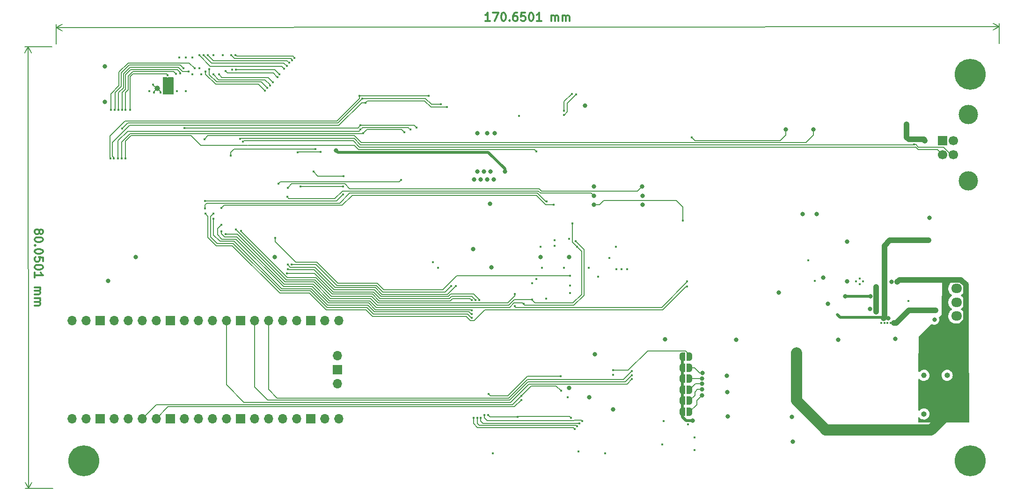
<source format=gbl>
G04 #@! TF.GenerationSoftware,KiCad,Pcbnew,(6.0.2-0)*
G04 #@! TF.CreationDate,2022-04-07T20:49:23-06:00*
G04 #@! TF.ProjectId,CONEPROJ,434f4e45-5052-44f4-9a2e-6b696361645f,rev?*
G04 #@! TF.SameCoordinates,Original*
G04 #@! TF.FileFunction,Copper,L4,Bot*
G04 #@! TF.FilePolarity,Positive*
%FSLAX46Y46*%
G04 Gerber Fmt 4.6, Leading zero omitted, Abs format (unit mm)*
G04 Created by KiCad (PCBNEW (6.0.2-0)) date 2022-04-07 20:49:23*
%MOMM*%
%LPD*%
G01*
G04 APERTURE LIST*
G04 Aperture macros list*
%AMRoundRect*
0 Rectangle with rounded corners*
0 $1 Rounding radius*
0 $2 $3 $4 $5 $6 $7 $8 $9 X,Y pos of 4 corners*
0 Add a 4 corners polygon primitive as box body*
4,1,4,$2,$3,$4,$5,$6,$7,$8,$9,$2,$3,0*
0 Add four circle primitives for the rounded corners*
1,1,$1+$1,$2,$3*
1,1,$1+$1,$4,$5*
1,1,$1+$1,$6,$7*
1,1,$1+$1,$8,$9*
0 Add four rect primitives between the rounded corners*
20,1,$1+$1,$2,$3,$4,$5,0*
20,1,$1+$1,$4,$5,$6,$7,0*
20,1,$1+$1,$6,$7,$8,$9,0*
20,1,$1+$1,$8,$9,$2,$3,0*%
%AMFreePoly0*
4,1,22,0.500000,-0.750000,0.000000,-0.750000,0.000000,-0.745033,-0.079941,-0.743568,-0.215256,-0.701293,-0.333266,-0.622738,-0.424486,-0.514219,-0.481581,-0.384460,-0.499164,-0.250000,-0.500000,-0.250000,-0.500000,0.250000,-0.499164,0.250000,-0.499963,0.256109,-0.478152,0.396186,-0.417904,0.524511,-0.324060,0.630769,-0.204165,0.706417,-0.067858,0.745374,0.000000,0.744959,0.000000,0.750000,
0.500000,0.750000,0.500000,-0.750000,0.500000,-0.750000,$1*%
%AMFreePoly1*
4,1,20,0.000000,0.744959,0.073905,0.744508,0.209726,0.703889,0.328688,0.626782,0.421226,0.519385,0.479903,0.390333,0.500000,0.250000,0.500000,-0.250000,0.499851,-0.262216,0.476331,-0.402017,0.414519,-0.529596,0.319384,-0.634700,0.198574,-0.708877,0.061801,-0.746166,0.000000,-0.745033,0.000000,-0.750000,-0.500000,-0.750000,-0.500000,0.750000,0.000000,0.750000,0.000000,0.744959,
0.000000,0.744959,$1*%
G04 Aperture macros list end*
%ADD10C,0.300000*%
G04 #@! TA.AperFunction,NonConductor*
%ADD11C,0.300000*%
G04 #@! TD*
G04 #@! TA.AperFunction,NonConductor*
%ADD12C,0.200000*%
G04 #@! TD*
G04 #@! TA.AperFunction,ComponentPad*
%ADD13O,1.000000X1.000000*%
G04 #@! TD*
G04 #@! TA.AperFunction,ComponentPad*
%ADD14C,1.000000*%
G04 #@! TD*
G04 #@! TA.AperFunction,ComponentPad*
%ADD15C,5.600000*%
G04 #@! TD*
G04 #@! TA.AperFunction,ComponentPad*
%ADD16C,0.400000*%
G04 #@! TD*
G04 #@! TA.AperFunction,ComponentPad*
%ADD17R,1.700000X1.700000*%
G04 #@! TD*
G04 #@! TA.AperFunction,ComponentPad*
%ADD18C,1.700000*%
G04 #@! TD*
G04 #@! TA.AperFunction,ComponentPad*
%ADD19C,3.500000*%
G04 #@! TD*
G04 #@! TA.AperFunction,ComponentPad*
%ADD20O,1.700000X1.700000*%
G04 #@! TD*
G04 #@! TA.AperFunction,ComponentPad*
%ADD21RoundRect,0.250000X0.725000X-0.600000X0.725000X0.600000X-0.725000X0.600000X-0.725000X-0.600000X0*%
G04 #@! TD*
G04 #@! TA.AperFunction,ComponentPad*
%ADD22O,1.950000X1.700000*%
G04 #@! TD*
G04 #@! TA.AperFunction,SMDPad,CuDef*
%ADD23FreePoly0,180.000000*%
G04 #@! TD*
G04 #@! TA.AperFunction,SMDPad,CuDef*
%ADD24FreePoly1,180.000000*%
G04 #@! TD*
G04 #@! TA.AperFunction,SMDPad,CuDef*
%ADD25C,1.000000*%
G04 #@! TD*
G04 #@! TA.AperFunction,ViaPad*
%ADD26C,0.450000*%
G04 #@! TD*
G04 #@! TA.AperFunction,ViaPad*
%ADD27C,0.800000*%
G04 #@! TD*
G04 #@! TA.AperFunction,ViaPad*
%ADD28C,0.500000*%
G04 #@! TD*
G04 #@! TA.AperFunction,Conductor*
%ADD29C,0.200000*%
G04 #@! TD*
G04 #@! TA.AperFunction,Conductor*
%ADD30C,1.000000*%
G04 #@! TD*
G04 #@! TA.AperFunction,Conductor*
%ADD31C,0.500000*%
G04 #@! TD*
G04 #@! TA.AperFunction,Conductor*
%ADD32C,2.000000*%
G04 #@! TD*
G04 APERTURE END LIST*
D10*
D11*
X16991016Y-53335708D02*
X17062266Y-53192762D01*
X17133606Y-53121244D01*
X17276374Y-53049637D01*
X17347802Y-53049548D01*
X17490748Y-53120798D01*
X17562266Y-53192138D01*
X17633873Y-53334905D01*
X17634230Y-53620619D01*
X17562980Y-53763566D01*
X17491641Y-53835083D01*
X17348873Y-53906690D01*
X17277444Y-53906780D01*
X17134498Y-53835530D01*
X17062980Y-53764190D01*
X16991373Y-53621423D01*
X16991016Y-53335708D01*
X16919409Y-53192941D01*
X16847892Y-53121601D01*
X16704945Y-53050351D01*
X16419231Y-53050708D01*
X16276464Y-53122315D01*
X16205124Y-53193833D01*
X16133874Y-53336779D01*
X16134231Y-53622493D01*
X16205838Y-53765261D01*
X16277356Y-53836600D01*
X16420302Y-53907850D01*
X16706016Y-53907494D01*
X16848784Y-53835887D01*
X16920123Y-53764369D01*
X16991373Y-53621423D01*
X17635747Y-54834904D02*
X17635925Y-54977761D01*
X17564675Y-55120708D01*
X17493336Y-55192225D01*
X17350568Y-55263832D01*
X17064943Y-55335618D01*
X16707801Y-55336064D01*
X16421997Y-55264992D01*
X16279051Y-55193742D01*
X16207533Y-55122403D01*
X16135927Y-54979635D01*
X16135748Y-54836778D01*
X16206998Y-54693832D01*
X16278337Y-54622314D01*
X16421105Y-54550707D01*
X16706730Y-54478922D01*
X17063873Y-54478475D01*
X17349676Y-54549547D01*
X17492622Y-54620797D01*
X17564140Y-54692136D01*
X17635747Y-54834904D01*
X16280033Y-55979456D02*
X16208693Y-56050974D01*
X16137176Y-55979634D01*
X16208515Y-55908117D01*
X16280033Y-55979456D01*
X16137176Y-55979634D01*
X17638424Y-56977760D02*
X17638602Y-57120617D01*
X17567352Y-57263563D01*
X17496013Y-57335081D01*
X17353245Y-57406688D01*
X17067620Y-57478473D01*
X16710478Y-57478919D01*
X16424674Y-57407848D01*
X16281728Y-57336598D01*
X16210210Y-57265258D01*
X16138603Y-57122491D01*
X16138425Y-56979634D01*
X16209675Y-56836687D01*
X16281014Y-56765170D01*
X16423782Y-56693563D01*
X16709407Y-56621777D01*
X17066550Y-56621331D01*
X17352353Y-56692403D01*
X17495299Y-56763653D01*
X17566817Y-56834992D01*
X17638424Y-56977760D01*
X17640744Y-58834901D02*
X17639851Y-58120616D01*
X16925477Y-58050080D01*
X16996995Y-58121419D01*
X17068602Y-58264187D01*
X17069048Y-58621329D01*
X16997798Y-58764276D01*
X16926459Y-58835793D01*
X16783691Y-58907400D01*
X16426548Y-58907847D01*
X16283602Y-58836596D01*
X16212084Y-58765257D01*
X16140477Y-58622489D01*
X16140031Y-58265347D01*
X16211281Y-58122401D01*
X16282620Y-58050883D01*
X17641993Y-59834900D02*
X17642171Y-59977757D01*
X17570921Y-60120704D01*
X17499582Y-60192221D01*
X17356814Y-60263828D01*
X17071189Y-60335614D01*
X16714047Y-60336060D01*
X16428244Y-60264988D01*
X16285297Y-60193738D01*
X16213780Y-60122399D01*
X16142173Y-59979631D01*
X16141994Y-59836774D01*
X16213244Y-59693828D01*
X16284583Y-59622310D01*
X16427351Y-59550703D01*
X16712976Y-59478918D01*
X17070119Y-59478472D01*
X17355922Y-59549543D01*
X17498868Y-59620793D01*
X17570386Y-59692133D01*
X17641993Y-59834900D01*
X16144403Y-61765344D02*
X16143333Y-60908202D01*
X16143868Y-61336773D02*
X17643867Y-61334899D01*
X17429403Y-61192310D01*
X17286367Y-61049631D01*
X17214760Y-60906863D01*
X16146634Y-63551057D02*
X17146633Y-63549808D01*
X17003776Y-63549986D02*
X17075294Y-63621325D01*
X17146901Y-63764093D01*
X17147169Y-63978379D01*
X17075919Y-64121325D01*
X16933151Y-64192932D01*
X16147437Y-64193914D01*
X16933151Y-64192932D02*
X17076097Y-64264182D01*
X17147704Y-64406950D01*
X17147972Y-64621235D01*
X17076722Y-64764182D01*
X16933954Y-64835789D01*
X16148240Y-64836770D01*
X16149133Y-65551055D02*
X17149132Y-65549806D01*
X17006275Y-65549985D02*
X17077792Y-65621324D01*
X17149399Y-65764092D01*
X17149667Y-65978377D01*
X17078417Y-66121324D01*
X16935649Y-66192931D01*
X16149936Y-66193912D01*
X16935649Y-66192931D02*
X17078596Y-66264181D01*
X17150203Y-66406948D01*
X17150470Y-66621234D01*
X17079220Y-66764180D01*
X16936452Y-66835787D01*
X16150739Y-66836769D01*
D12*
X19300000Y-19950625D02*
X14384325Y-19956766D01*
X19400000Y-100000625D02*
X14484325Y-100006766D01*
X14970745Y-19956033D02*
X15070745Y-100006033D01*
X14970745Y-19956033D02*
X15070745Y-100006033D01*
X14970745Y-19956033D02*
X14385732Y-21083268D01*
X14970745Y-19956033D02*
X15558573Y-21081803D01*
X15070745Y-100006033D02*
X15655758Y-98878798D01*
X15070745Y-100006033D02*
X14482917Y-98880263D01*
D10*
D11*
X98535234Y-15319691D02*
X97678092Y-15320445D01*
X98106663Y-15320068D02*
X98105345Y-13820069D01*
X97962676Y-14034480D01*
X97819944Y-14177462D01*
X97677150Y-14249017D01*
X99033916Y-13819252D02*
X100033915Y-13818373D01*
X99392377Y-15318938D01*
X100891058Y-13817620D02*
X101033915Y-13817494D01*
X101176835Y-13888797D01*
X101248326Y-13960163D01*
X101319880Y-14102957D01*
X101391560Y-14388609D01*
X101391874Y-14745751D01*
X101320696Y-15031528D01*
X101249393Y-15174448D01*
X101178028Y-15245940D01*
X101035233Y-15317494D01*
X100892376Y-15317619D01*
X100749456Y-15246316D01*
X100677965Y-15174951D01*
X100606411Y-15032156D01*
X100534731Y-14746505D01*
X100534417Y-14389362D01*
X100605595Y-14103585D01*
X100676898Y-13960665D01*
X100748263Y-13889174D01*
X100891058Y-13817620D01*
X102035107Y-15173758D02*
X102106599Y-15245123D01*
X102035233Y-15316615D01*
X101963742Y-15245249D01*
X102035107Y-15173758D01*
X102035233Y-15316615D01*
X103391057Y-13815422D02*
X103105343Y-13815674D01*
X102962548Y-13887228D01*
X102891183Y-13958719D01*
X102748514Y-14173130D01*
X102677336Y-14458907D01*
X102677839Y-15030336D01*
X102749393Y-15173130D01*
X102820884Y-15244496D01*
X102963804Y-15315799D01*
X103249518Y-15315547D01*
X103392312Y-15243993D01*
X103463678Y-15172502D01*
X103534981Y-15029582D01*
X103534667Y-14672439D01*
X103463113Y-14529645D01*
X103391622Y-14458279D01*
X103248702Y-14386976D01*
X102962988Y-14387228D01*
X102820194Y-14458782D01*
X102748828Y-14530273D01*
X102677525Y-14673193D01*
X104891056Y-13814104D02*
X104176771Y-13814732D01*
X104105970Y-14529080D01*
X104177336Y-14457589D01*
X104320130Y-14386035D01*
X104677273Y-14385721D01*
X104820193Y-14457024D01*
X104891684Y-14528389D01*
X104963238Y-14671184D01*
X104963552Y-15028326D01*
X104892249Y-15171246D01*
X104820883Y-15242738D01*
X104678089Y-15314292D01*
X104320946Y-15314606D01*
X104178026Y-15243303D01*
X104106535Y-15171937D01*
X105891056Y-13813225D02*
X106033913Y-13813099D01*
X106176833Y-13884402D01*
X106248324Y-13955768D01*
X106319878Y-14098562D01*
X106391558Y-14384214D01*
X106391872Y-14741357D01*
X106320694Y-15027133D01*
X106249391Y-15170053D01*
X106178026Y-15241545D01*
X106035231Y-15313099D01*
X105892374Y-15313224D01*
X105749454Y-15241921D01*
X105677963Y-15170556D01*
X105606409Y-15027761D01*
X105534729Y-14742110D01*
X105534415Y-14384967D01*
X105605593Y-14099190D01*
X105676896Y-13956270D01*
X105748262Y-13884779D01*
X105891056Y-13813225D01*
X107820945Y-15311529D02*
X106963802Y-15312283D01*
X107392374Y-15311906D02*
X107391055Y-13811906D01*
X107248387Y-14026318D01*
X107105655Y-14169300D01*
X106962861Y-14240854D01*
X109606659Y-15309960D02*
X109605780Y-14309960D01*
X109605905Y-14452817D02*
X109677271Y-14381326D01*
X109820065Y-14309772D01*
X110034351Y-14309583D01*
X110177271Y-14380886D01*
X110248825Y-14523681D01*
X110249515Y-15309394D01*
X110248825Y-14523681D02*
X110320128Y-14380761D01*
X110462922Y-14309207D01*
X110677208Y-14309018D01*
X110820128Y-14380321D01*
X110891682Y-14523115D01*
X110892372Y-15308829D01*
X111606658Y-15308202D02*
X111605779Y-14308202D01*
X111605904Y-14451059D02*
X111677270Y-14379568D01*
X111820064Y-14308014D01*
X112034350Y-14307825D01*
X112177270Y-14379128D01*
X112248824Y-14521923D01*
X112249515Y-15307637D01*
X112248824Y-14521923D02*
X112320127Y-14379003D01*
X112462921Y-14307449D01*
X112677207Y-14307260D01*
X112820127Y-14378563D01*
X112891681Y-14521357D01*
X112892372Y-15307071D01*
D12*
X190649561Y-19350000D02*
X190646417Y-15773735D01*
X19999561Y-19500000D02*
X19996417Y-15923735D01*
X190646932Y-16360155D02*
X19996932Y-16510155D01*
X190646932Y-16360155D02*
X19996932Y-16510155D01*
X190646932Y-16360155D02*
X189519913Y-15774725D01*
X190646932Y-16360155D02*
X189520944Y-16947566D01*
X19996932Y-16510155D02*
X21123951Y-17095585D01*
X19996932Y-16510155D02*
X21122920Y-15922744D01*
D13*
G04 #@! TO.P,J301,1,Pin_1*
G04 #@! TO.N,/VCC*
X181212500Y-86500000D03*
G04 #@! TO.P,J301,2,Pin_2*
G04 #@! TO.N,GND*
X177012500Y-86500000D03*
D14*
G04 #@! TO.P,J301,3,Pin_3*
G04 #@! TO.N,/CANH*
X177012500Y-79500000D03*
D13*
G04 #@! TO.P,J301,4,Pin_4*
G04 #@! TO.N,/CANL*
X181212500Y-79500000D03*
G04 #@! TD*
D15*
G04 #@! TO.P,H304,1,1*
G04 #@! TO.N,GND*
X185362500Y-95000000D03*
G04 #@! TD*
D16*
G04 #@! TO.P,U307,9_1,EXP*
G04 #@! TO.N,Net-(U307-Pad9)*
X110200000Y-55000000D03*
G04 #@! TO.P,U307,9_2,EXP*
X110200000Y-56000000D03*
G04 #@! TD*
D17*
G04 #@! TO.P,J309,1,VBUS*
G04 #@! TO.N,/USB2_VBUS*
X180362500Y-37000000D03*
D18*
G04 #@! TO.P,J309,2,D-*
G04 #@! TO.N,/USB2_D_N*
X180362500Y-39500000D03*
G04 #@! TO.P,J309,3,D+*
G04 #@! TO.N,/USB2_D_P*
X182362500Y-39500000D03*
G04 #@! TO.P,J309,4,GND*
G04 #@! TO.N,GND*
X182362500Y-37000000D03*
D19*
G04 #@! TO.P,J309,5,Shield*
G04 #@! TO.N,GNDPWR*
X185072500Y-44270000D03*
X185072500Y-32230000D03*
G04 #@! TD*
D20*
G04 #@! TO.P,U7,1,GPIO0*
G04 #@! TO.N,unconnected-(U7-Pad1)*
X22870000Y-87390000D03*
G04 #@! TO.P,U7,2,GPIO1*
G04 #@! TO.N,unconnected-(U7-Pad2)*
X25410000Y-87390000D03*
D17*
G04 #@! TO.P,U7,3,GND*
G04 #@! TO.N,GND*
X27950000Y-87390000D03*
D20*
G04 #@! TO.P,U7,4,GPIO2*
G04 #@! TO.N,unconnected-(U7-Pad4)*
X30490000Y-87390000D03*
G04 #@! TO.P,U7,5,GPIO3*
G04 #@! TO.N,unconnected-(U7-Pad5)*
X33030000Y-87390000D03*
G04 #@! TO.P,U7,6,GPIO4*
G04 #@! TO.N,/I2C1_SDA*
X35570000Y-87390000D03*
G04 #@! TO.P,U7,7,GPIO5*
G04 #@! TO.N,/I2C1_SCL*
X38110000Y-87390000D03*
D17*
G04 #@! TO.P,U7,8,GND*
G04 #@! TO.N,GND*
X40650000Y-87390000D03*
D20*
G04 #@! TO.P,U7,9,GPIO6*
G04 #@! TO.N,unconnected-(U7-Pad9)*
X43190000Y-87390000D03*
G04 #@! TO.P,U7,10,GPIO7*
G04 #@! TO.N,unconnected-(U7-Pad10)*
X45730000Y-87390000D03*
G04 #@! TO.P,U7,11,GPIO8*
G04 #@! TO.N,unconnected-(U7-Pad11)*
X48270000Y-87390000D03*
G04 #@! TO.P,U7,12,GPIO9*
G04 #@! TO.N,unconnected-(U7-Pad12)*
X50810000Y-87390000D03*
D17*
G04 #@! TO.P,U7,13,GND*
G04 #@! TO.N,GND*
X53350000Y-87390000D03*
D20*
G04 #@! TO.P,U7,14,GPIO10*
G04 #@! TO.N,unconnected-(U7-Pad14)*
X55890000Y-87390000D03*
G04 #@! TO.P,U7,15,GPIO11*
G04 #@! TO.N,unconnected-(U7-Pad15)*
X58430000Y-87390000D03*
G04 #@! TO.P,U7,16,GPIO12*
G04 #@! TO.N,unconnected-(U7-Pad16)*
X60970000Y-87390000D03*
G04 #@! TO.P,U7,17,GPIO13*
G04 #@! TO.N,unconnected-(U7-Pad17)*
X63510000Y-87390000D03*
D17*
G04 #@! TO.P,U7,18,GND*
G04 #@! TO.N,GND*
X66050000Y-87390000D03*
D20*
G04 #@! TO.P,U7,19,GPIO14*
G04 #@! TO.N,unconnected-(U7-Pad19)*
X68590000Y-87390000D03*
G04 #@! TO.P,U7,20,GPIO15*
G04 #@! TO.N,unconnected-(U7-Pad20)*
X71130000Y-87390000D03*
G04 #@! TO.P,U7,21,GPIO16*
G04 #@! TO.N,unconnected-(U7-Pad21)*
X71130000Y-69610000D03*
G04 #@! TO.P,U7,22,GPIO17*
G04 #@! TO.N,unconnected-(U7-Pad22)*
X68590000Y-69610000D03*
D17*
G04 #@! TO.P,U7,23,GND*
G04 #@! TO.N,GND*
X66050000Y-69610000D03*
D20*
G04 #@! TO.P,U7,24,GPIO18*
G04 #@! TO.N,unconnected-(U7-Pad24)*
X63510000Y-69610000D03*
G04 #@! TO.P,U7,25,GPIO19*
G04 #@! TO.N,unconnected-(U7-Pad25)*
X60970000Y-69610000D03*
G04 #@! TO.P,U7,26,GPIO20*
G04 #@! TO.N,/LED2*
X58430000Y-69610000D03*
G04 #@! TO.P,U7,27,GPIO21*
G04 #@! TO.N,/LED1*
X55890000Y-69610000D03*
D17*
G04 #@! TO.P,U7,28,GND*
G04 #@! TO.N,GND*
X53350000Y-69610000D03*
D20*
G04 #@! TO.P,U7,29,GPIO22*
G04 #@! TO.N,/LED0*
X50810000Y-69610000D03*
G04 #@! TO.P,U7,30,RUN*
G04 #@! TO.N,unconnected-(U7-Pad30)*
X48270000Y-69610000D03*
G04 #@! TO.P,U7,31,GPIO26_ADC0*
G04 #@! TO.N,unconnected-(U7-Pad31)*
X45730000Y-69610000D03*
G04 #@! TO.P,U7,32,GPIO27_ADC1*
G04 #@! TO.N,unconnected-(U7-Pad32)*
X43190000Y-69610000D03*
D17*
G04 #@! TO.P,U7,33,AGND*
G04 #@! TO.N,GND*
X40650000Y-69610000D03*
D20*
G04 #@! TO.P,U7,34,GPIO28_ADC2*
G04 #@! TO.N,unconnected-(U7-Pad34)*
X38110000Y-69610000D03*
G04 #@! TO.P,U7,35,ADC_VREF*
G04 #@! TO.N,unconnected-(U7-Pad35)*
X35570000Y-69610000D03*
G04 #@! TO.P,U7,36,3V3*
G04 #@! TO.N,unconnected-(U7-Pad36)*
X33030000Y-69610000D03*
G04 #@! TO.P,U7,37,3V3_EN*
G04 #@! TO.N,unconnected-(U7-Pad37)*
X30490000Y-69610000D03*
D17*
G04 #@! TO.P,U7,38,GND*
G04 #@! TO.N,GND*
X27950000Y-69610000D03*
D20*
G04 #@! TO.P,U7,39,VSYS*
G04 #@! TO.N,Net-(D6-Pad1)*
X25410000Y-69610000D03*
G04 #@! TO.P,U7,40,VBUS*
G04 #@! TO.N,unconnected-(U7-Pad40)*
X22870000Y-69610000D03*
G04 #@! TO.P,U7,41,SWCLK*
G04 #@! TO.N,unconnected-(U7-Pad41)*
X70900000Y-81040000D03*
D17*
G04 #@! TO.P,U7,42,GND*
G04 #@! TO.N,unconnected-(U7-Pad42)*
X70900000Y-78500000D03*
D20*
G04 #@! TO.P,U7,43,SWDIO*
G04 #@! TO.N,unconnected-(U7-Pad43)*
X70900000Y-75960000D03*
G04 #@! TD*
D15*
G04 #@! TO.P,H302,1,1*
G04 #@! TO.N,GND*
X185362500Y-25000000D03*
G04 #@! TD*
D16*
G04 #@! TO.P,U303,10*
G04 #@! TO.N,N/C*
X165987500Y-62500000D03*
G04 #@! TO.P,U303,11*
X165362500Y-63000000D03*
G04 #@! TO.P,U303,12*
X165362500Y-62000000D03*
G04 #@! TO.P,U303,13*
X164737500Y-62500000D03*
G04 #@! TD*
D21*
G04 #@! TO.P,J306,1,Pin_1*
G04 #@! TO.N,/VCC*
X182912500Y-71250000D03*
D22*
G04 #@! TO.P,J306,2,Pin_2*
G04 #@! TO.N,/G_OUT*
X182912500Y-68750000D03*
G04 #@! TO.P,J306,3,Pin_3*
G04 #@! TO.N,/R_OUT*
X182912500Y-66250000D03*
G04 #@! TO.P,J306,4,Pin_4*
G04 #@! TO.N,/B_OUT*
X182912500Y-63750000D03*
G04 #@! TD*
D15*
G04 #@! TO.P,H303,1,1*
G04 #@! TO.N,GND*
X25000000Y-95000000D03*
G04 #@! TD*
D23*
G04 #@! TO.P,JP5,1,A*
G04 #@! TO.N,/A3*
X134600000Y-80100000D03*
D24*
G04 #@! TO.P,JP5,2,B*
G04 #@! TO.N,+3V3*
X133300000Y-80100000D03*
G04 #@! TD*
D23*
G04 #@! TO.P,JP3,1,A*
G04 #@! TO.N,/A1*
X134600000Y-84100000D03*
D24*
G04 #@! TO.P,JP3,2,B*
G04 #@! TO.N,+3V3*
X133300000Y-84100000D03*
G04 #@! TD*
D23*
G04 #@! TO.P,JP7,1,A*
G04 #@! TO.N,/A5*
X134600000Y-76100000D03*
D24*
G04 #@! TO.P,JP7,2,B*
G04 #@! TO.N,+3V3*
X133300000Y-76100000D03*
G04 #@! TD*
D23*
G04 #@! TO.P,JP4,1,A*
G04 #@! TO.N,/A2*
X134600000Y-82100000D03*
D24*
G04 #@! TO.P,JP4,2,B*
G04 #@! TO.N,+3V3*
X133300000Y-82100000D03*
G04 #@! TD*
D23*
G04 #@! TO.P,JP6,1,A*
G04 #@! TO.N,/A4*
X134600000Y-78100000D03*
D24*
G04 #@! TO.P,JP6,2,B*
G04 #@! TO.N,+3V3*
X133300000Y-78100000D03*
G04 #@! TD*
D23*
G04 #@! TO.P,JP2,1,A*
G04 #@! TO.N,/A0*
X134600000Y-86100000D03*
D24*
G04 #@! TO.P,JP2,2,B*
G04 #@! TO.N,+3V3*
X133300000Y-86100000D03*
G04 #@! TD*
D25*
G04 #@! TO.P,TP3,1,1*
G04 #@! TO.N,+1V8*
X38300000Y-27500000D03*
G04 #@! TD*
G04 #@! TO.P,TP2,1,1*
G04 #@! TO.N,+3V3*
X40300000Y-27500000D03*
G04 #@! TD*
D26*
G04 #@! TO.N,/SD_DAT1*
X90700000Y-30900000D03*
G04 #@! TO.N,/SD_DAT0*
X89600000Y-30400000D03*
G04 #@! TO.N,/SD_CLK*
X87400000Y-28900000D03*
G04 #@! TO.N,/SD_CMD*
X85200000Y-34600000D03*
G04 #@! TO.N,/SD_DAT3*
X84100000Y-35000000D03*
G04 #@! TO.N,/SD_DAT2*
X83000000Y-35450000D03*
G04 #@! TO.N,GND*
X112550000Y-83450000D03*
G04 #@! TO.N,+3V3*
X99050000Y-93650000D03*
G04 #@! TO.N,/SPI0_CE0_N*
X103550000Y-87000000D03*
D27*
G04 #@! TO.N,/V_BATT*
X170600000Y-69160000D03*
D28*
X177862500Y-55000000D03*
D27*
X169700000Y-69160000D03*
D28*
X161362500Y-68500000D03*
D27*
G04 #@! TO.N,/VCC*
X159100000Y-89300000D03*
X171200000Y-62600000D03*
X172200000Y-62600000D03*
X154000000Y-75400000D03*
G04 #@! TO.N,+5V*
X115700000Y-30600000D03*
X28800000Y-30000000D03*
G04 #@! TO.N,/SD_PWR*
X70700000Y-38800000D03*
X101200000Y-42600000D03*
G04 #@! TO.N,/USB2_VBUS*
X28800000Y-23500000D03*
X177200000Y-37000000D03*
X173900000Y-34000000D03*
G04 #@! TO.N,/WIFI_LED*
X117300000Y-48600000D03*
D26*
X47000000Y-50200000D03*
X134200000Y-63400000D03*
X133400000Y-51500500D03*
G04 #@! TO.N,/LED1*
X124175741Y-79475741D03*
G04 #@! TO.N,/LED2*
X124200000Y-78700000D03*
G04 #@! TO.N,/SD_DAT2*
X31879122Y-40220878D03*
X32600000Y-31400000D03*
X41700000Y-24900000D03*
X75600000Y-35675500D03*
G04 #@! TO.N,/SD_DAT3*
X31300994Y-31400000D03*
X43977153Y-24477153D03*
X75100000Y-35000000D03*
X31229721Y-40232357D03*
G04 #@! TO.N,/SD_CMD*
X43200000Y-34723540D03*
X75100000Y-34200000D03*
G04 #@! TO.N,/SD_CLK*
X29900000Y-31400000D03*
X29829542Y-40238067D03*
X74900000Y-28900000D03*
X45100000Y-23900000D03*
G04 #@! TO.N,/SD_DAT0*
X42491372Y-24833128D03*
X31979122Y-34779122D03*
X31950497Y-31400000D03*
X75431250Y-29400000D03*
G04 #@! TO.N,/SD_DAT1*
X30478876Y-40223268D03*
X43085397Y-23885397D03*
X30651491Y-31400000D03*
X76000000Y-30100000D03*
G04 #@! TO.N,/RXD3*
X110000000Y-48600000D03*
X49930000Y-49170000D03*
G04 #@! TO.N,/TXD3*
X46940000Y-49280000D03*
X108800000Y-48000000D03*
G04 #@! TO.N,/USB2_D_N*
X53824500Y-37189800D03*
G04 #@! TO.N,/USB2_D_P*
X175200000Y-37700000D03*
X53300000Y-36649020D03*
D27*
G04 #@! TO.N,/A0*
X136900000Y-83100000D03*
G04 #@! TO.N,/A1*
X136899843Y-82044612D03*
G04 #@! TO.N,/A2*
X136900930Y-81045110D03*
G04 #@! TO.N,/A3*
X136880334Y-80045820D03*
G04 #@! TO.N,/A4*
X136960042Y-79049500D03*
D26*
G04 #@! TO.N,/A5*
X120800000Y-78600000D03*
G04 #@! TO.N,/SD_PWR_ON*
X106900000Y-38900000D03*
X33400000Y-31400000D03*
X40200000Y-25100000D03*
X32600000Y-40200000D03*
D27*
G04 #@! TO.N,/LED_GRN*
X126010000Y-45250000D03*
D26*
X60453277Y-24935869D03*
X61940000Y-45520000D03*
X52549503Y-24100000D03*
G04 #@! TO.N,+1V8*
X37600000Y-26800000D03*
X38900000Y-28300000D03*
X37700000Y-28300000D03*
D27*
G04 #@! TO.N,/LED_RED*
X117300000Y-47000000D03*
D26*
X60038235Y-25435463D03*
X61830000Y-47190000D03*
X50670000Y-24390000D03*
G04 #@! TO.N,/MCP_INT*
X48500000Y-25000000D03*
X115200000Y-87800000D03*
X61800000Y-61000000D03*
X97460884Y-86710884D03*
X95900000Y-65877901D03*
X58700000Y-27000000D03*
G04 #@! TO.N,/SPI0_SCLK*
X49900000Y-52200000D03*
X96800000Y-87200000D03*
X114700000Y-88224500D03*
X95200000Y-67725941D03*
G04 #@! TO.N,/SPI0_MOSI*
X114289599Y-88727914D03*
X48500000Y-51100000D03*
X95200000Y-68400000D03*
X96190000Y-87200000D03*
G04 #@! TO.N,/SPI0_MISO*
X95520000Y-87200000D03*
X113883904Y-89235128D03*
X48500000Y-50200000D03*
X95200000Y-69049503D03*
D27*
G04 #@! TO.N,/PAUSE_BTN*
X157000000Y-35000000D03*
D26*
X46850000Y-36750000D03*
G04 #@! TO.N,/RF69_RESET*
X46940000Y-47900000D03*
X71964516Y-46700000D03*
G04 #@! TO.N,/RF69_INT*
X82400000Y-44100000D03*
X58244016Y-27462528D03*
X47700000Y-24000000D03*
X60220000Y-44790000D03*
G04 #@! TO.N,/TXD0*
X92300000Y-63300000D03*
X45900000Y-21500000D03*
X61263592Y-23920586D03*
X61900000Y-59400000D03*
G04 #@! TO.N,/RXD0*
X46700000Y-21500000D03*
X91500000Y-63300000D03*
X61731259Y-23469874D03*
X62600000Y-59400000D03*
G04 #@! TO.N,+3V3*
X41000000Y-26700000D03*
D27*
X95600000Y-44000000D03*
D26*
X122312500Y-60293750D03*
X112800000Y-54800000D03*
X39600000Y-28300000D03*
D27*
X98600000Y-42600000D03*
D26*
X135500000Y-93000000D03*
D27*
X99400000Y-35600000D03*
D26*
X113000000Y-64550000D03*
X41000000Y-28300000D03*
D27*
X97400000Y-42600000D03*
D26*
X39600000Y-26700000D03*
D27*
X99200000Y-44000000D03*
D26*
X119337500Y-93600000D03*
D27*
X98000000Y-44000000D03*
X112800000Y-58100000D03*
X96200000Y-35600000D03*
X96800000Y-44000000D03*
X116500000Y-83500000D03*
X96200000Y-42600000D03*
X117300000Y-45300000D03*
X95500000Y-56600000D03*
D26*
X121350000Y-60300000D03*
D27*
X98000000Y-35600000D03*
D26*
X111900000Y-60000000D03*
X106100000Y-62800000D03*
D27*
X135200000Y-87700000D03*
D26*
X108711990Y-65578361D03*
G04 #@! TO.N,/MODE_BTN*
X52529122Y-53070878D03*
X103000000Y-64800000D03*
D27*
X152000000Y-35000000D03*
D26*
X134200000Y-62500000D03*
X135000000Y-36400000D03*
X103003381Y-67003381D03*
G04 #@! TO.N,/SPI0_CE0_N*
X96549503Y-65877901D03*
X98200000Y-86700000D03*
X59200000Y-26400000D03*
X61900000Y-60300000D03*
X113150000Y-87220000D03*
X49500000Y-25000000D03*
G04 #@! TO.N,/RF69_MOSI*
X67900000Y-39049000D03*
X63720000Y-39080000D03*
X51700000Y-21500000D03*
X62667573Y-22434850D03*
G04 #@! TO.N,/RF69_NSS*
X47500000Y-21500000D03*
X62200000Y-22885659D03*
X64200000Y-45324500D03*
X71950008Y-45324500D03*
G04 #@! TO.N,/PWM0_1*
X111300000Y-79700000D03*
X98300000Y-82900000D03*
X95200000Y-65877901D03*
X53500000Y-53300000D03*
G04 #@! TO.N,/IMU_INT*
X113000000Y-61500000D03*
X59660000Y-54580000D03*
X47080000Y-24460000D03*
X57781352Y-27918373D03*
G04 #@! TO.N,/I2C1_SDA*
X113400000Y-52000000D03*
X104200000Y-83200000D03*
X111380000Y-82290000D03*
X106100000Y-65800000D03*
X113300000Y-28500000D03*
X114285730Y-56227486D03*
X111900000Y-31600000D03*
X50700000Y-53900000D03*
G04 #@! TO.N,/I2C1_SCL*
X104579122Y-66579122D03*
X114100000Y-28600000D03*
X114000000Y-55187040D03*
X49900000Y-53400000D03*
X104200000Y-83941757D03*
X111900000Y-32300000D03*
D28*
G04 #@! TO.N,/VCC_CHG*
X168362500Y-68000000D03*
X168362500Y-65000000D03*
X168362500Y-64250000D03*
X168362500Y-63500000D03*
D26*
G04 #@! TO.N,Net-(L2-Pad2)*
X171000000Y-70000000D03*
D27*
X179100000Y-67700000D03*
D26*
X171600000Y-70000000D03*
X170433332Y-70000000D03*
X169300000Y-70000000D03*
X169866666Y-70000000D03*
G04 #@! TO.N,/RF69_MISO*
X51600000Y-39700000D03*
X66900000Y-38524500D03*
G04 #@! TO.N,/RF69_SCK*
X72000000Y-43400000D03*
X66600000Y-42600000D03*
X52500000Y-21500000D03*
X63125556Y-21974301D03*
D27*
G04 #@! TO.N,GND*
X155090000Y-50290000D03*
X112800000Y-81800000D03*
D26*
X120100000Y-58200000D03*
D27*
X141412500Y-82500000D03*
X153300000Y-91500000D03*
X98500000Y-48400000D03*
X161512500Y-73025000D03*
X29400000Y-62400000D03*
D26*
X46300000Y-25000000D03*
D27*
X171837500Y-72862500D03*
X107700000Y-58100000D03*
D26*
X116400000Y-60000000D03*
X113000000Y-63250000D03*
X106900000Y-62024500D03*
D27*
X158762500Y-61800000D03*
X153112500Y-87000000D03*
D26*
X45900000Y-23900000D03*
X174200000Y-66000000D03*
D27*
X130200000Y-73000000D03*
X163100000Y-55300000D03*
D26*
X51900000Y-24100000D03*
X107700000Y-56250000D03*
X48500000Y-21500000D03*
X89100000Y-60000000D03*
D27*
X117500000Y-75700000D03*
D26*
X43500000Y-21900000D03*
X129700000Y-92000000D03*
D27*
X141400000Y-79600000D03*
X150754459Y-64475000D03*
D26*
X43500000Y-28000000D03*
X134300000Y-88400000D03*
X118100000Y-61650000D03*
D27*
X163076543Y-62438578D03*
D26*
X103800000Y-32500000D03*
X88200000Y-59000000D03*
D27*
X157640000Y-50300000D03*
D26*
X41900000Y-28000000D03*
D27*
X59600000Y-58100000D03*
X126130000Y-48600000D03*
D26*
X44700000Y-21900000D03*
X135500000Y-90750000D03*
X36900000Y-28000000D03*
X114537500Y-93300000D03*
X50200000Y-21500000D03*
D27*
X98800000Y-59900000D03*
X143087500Y-73050000D03*
X167263000Y-67500000D03*
X126080000Y-46980000D03*
D26*
X120800000Y-79400000D03*
X157300000Y-62400000D03*
X44700000Y-25000000D03*
X156100000Y-58700000D03*
X121300000Y-56200000D03*
D27*
X159637500Y-66500000D03*
D26*
X42300000Y-21900000D03*
D27*
X120800000Y-85700000D03*
X34400000Y-58100000D03*
D26*
X107900000Y-60000000D03*
D27*
X178000000Y-51000000D03*
X141487500Y-86975000D03*
D26*
X129900000Y-87800000D03*
X123300000Y-60250000D03*
D27*
X178912500Y-69400000D03*
D26*
G04 #@! TO.N,/LED0*
X124196619Y-80196619D03*
D27*
G04 #@! TO.N,Net-(C1-Pad1)*
X162787500Y-65175000D03*
X167363000Y-65200000D03*
G04 #@! TD*
D29*
G04 #@! TO.N,/MCP_INT*
X97460884Y-87210884D02*
X97994511Y-87744511D01*
X113705489Y-87744511D02*
X113850000Y-87600000D01*
X97994511Y-87744511D02*
X113705489Y-87744511D01*
X113850000Y-87600000D02*
X115000000Y-87600000D01*
X97460884Y-86710884D02*
X97460884Y-87210884D01*
X115000000Y-87600000D02*
X115200000Y-87800000D01*
G04 #@! TO.N,/SPI0_SCLK*
X96800000Y-87200000D02*
X96800000Y-87750000D01*
X96800000Y-87750000D02*
X97225969Y-88175969D01*
X97225969Y-88175969D02*
X114651469Y-88175969D01*
X114651469Y-88175969D02*
X114700000Y-88224500D01*
G04 #@! TO.N,/SD_CMD*
X85200000Y-34600000D02*
X84800000Y-34200000D01*
X84800000Y-34200000D02*
X75100000Y-34200000D01*
G04 #@! TO.N,/SD_DAT2*
X83000000Y-35450000D02*
X82549040Y-34999040D01*
X82549040Y-34999040D02*
X76276460Y-34999040D01*
X76276460Y-34999040D02*
X75600000Y-35675500D01*
G04 #@! TO.N,/SD_DAT3*
X75100000Y-35000000D02*
X75500480Y-34599520D01*
X83699520Y-34599520D02*
X84100000Y-35000000D01*
X75500480Y-34599520D02*
X83699520Y-34599520D01*
G04 #@! TO.N,/SD_CLK*
X87400000Y-28900000D02*
X87350000Y-28850000D01*
X87350000Y-28850000D02*
X74950000Y-28850000D01*
X74950000Y-28850000D02*
X74900000Y-28900000D01*
G04 #@! TO.N,/SD_DAT0*
X75431250Y-29400000D02*
X75481730Y-29349520D01*
X87900000Y-30400000D02*
X89600000Y-30400000D01*
X75481730Y-29349520D02*
X86849520Y-29349520D01*
X86849520Y-29349520D02*
X87900000Y-30400000D01*
G04 #@! TO.N,/SD_DAT1*
X76000000Y-30100000D02*
X76300480Y-29799520D01*
X87824511Y-30924511D02*
X90675489Y-30924511D01*
X76300480Y-29799520D02*
X86699520Y-29799520D01*
X86699520Y-29799520D02*
X87824511Y-30924511D01*
X90675489Y-30924511D02*
X90700000Y-30900000D01*
G04 #@! TO.N,/SPI0_CE0_N*
X103550000Y-87000000D02*
X103600000Y-86950000D01*
X103600000Y-86950000D02*
X112880000Y-86950000D01*
X112880000Y-86950000D02*
X113150000Y-87220000D01*
X98500000Y-87000000D02*
X103550000Y-87000000D01*
X98200000Y-86700000D02*
X98500000Y-87000000D01*
D30*
G04 #@! TO.N,/V_BATT*
X169700000Y-69160000D02*
X169862500Y-68997500D01*
X169862500Y-56000000D02*
X170862500Y-55000000D01*
D31*
X161862500Y-69000000D02*
X161362500Y-68500000D01*
X169700000Y-69160000D02*
X169540000Y-69000000D01*
D30*
X169862500Y-68997500D02*
X169862500Y-56000000D01*
D31*
X169540000Y-69000000D02*
X161862500Y-69000000D01*
D30*
X170862500Y-55000000D02*
X177862500Y-55000000D01*
D32*
G04 #@! TO.N,/VCC*
X153937500Y-84100000D02*
X159100000Y-89262500D01*
X154000000Y-75400000D02*
X153937500Y-75462500D01*
X159100000Y-89300000D02*
X159225000Y-89425000D01*
D30*
X172200000Y-62600000D02*
X172599520Y-62200480D01*
X184587020Y-69575480D02*
X182912500Y-71250000D01*
D32*
X153937500Y-75462500D02*
X153937500Y-84100000D01*
X159225000Y-89425000D02*
X178287500Y-89425000D01*
D30*
X183679332Y-62200480D02*
X184587020Y-63108168D01*
X184587020Y-63108168D02*
X184587020Y-69575480D01*
X172599520Y-62200480D02*
X183679332Y-62200480D01*
D32*
X159100000Y-89262500D02*
X159100000Y-89300000D01*
X178287500Y-89425000D02*
X181212500Y-86500000D01*
D31*
G04 #@! TO.N,/SD_PWR*
X74527482Y-39100000D02*
X71000000Y-39100000D01*
X74540736Y-39113254D02*
X74527482Y-39100000D01*
X101200000Y-42100000D02*
X98213254Y-39113254D01*
X101200000Y-42600000D02*
X101200000Y-42100000D01*
X98213254Y-39113254D02*
X74540736Y-39113254D01*
X71000000Y-39100000D02*
X70700000Y-38800000D01*
D30*
G04 #@! TO.N,/USB2_VBUS*
X173900000Y-36400000D02*
X173900000Y-34000000D01*
X177200000Y-37000000D02*
X176975489Y-36775489D01*
X174275489Y-36775489D02*
X173900000Y-36400000D01*
X176975489Y-36775489D02*
X174275489Y-36775489D01*
D29*
G04 #@! TO.N,/WIFI_LED*
X60475010Y-64596639D02*
X65845140Y-64596640D01*
X102229051Y-67600961D02*
X102230012Y-67600000D01*
X51900962Y-56022591D02*
X60475010Y-64596639D01*
X133400000Y-49000000D02*
X132200000Y-47800000D01*
X118300000Y-48600000D02*
X117300000Y-48600000D01*
X76100001Y-67600001D02*
X77299519Y-68799519D01*
X133400000Y-51500500D02*
X133400000Y-49000000D01*
X119100000Y-47800000D02*
X118300000Y-48600000D01*
X97599039Y-67600961D02*
X102229051Y-67600961D01*
X68848500Y-67600000D02*
X76100001Y-67600001D01*
X94208244Y-68799519D02*
X94982739Y-69574014D01*
X65845140Y-64596640D02*
X68848500Y-67600000D01*
X129764046Y-67600960D02*
X133965006Y-63400000D01*
X95625986Y-69574014D02*
X97599039Y-67600961D01*
X47000000Y-50200000D02*
X47500480Y-50700480D01*
X102230012Y-67600000D02*
X105669988Y-67600000D01*
X105670948Y-67600960D02*
X129764046Y-67600960D01*
X105669988Y-67600000D02*
X105670948Y-67600960D01*
X77299519Y-68799519D02*
X94208244Y-68799519D01*
X133965006Y-63400000D02*
X134200000Y-63400000D01*
X49020794Y-56022590D02*
X51900962Y-56022591D01*
X94982739Y-69574014D02*
X95625986Y-69574014D01*
X132200000Y-47800000D02*
X119100000Y-47800000D01*
X47500480Y-54502276D02*
X49020794Y-56022590D01*
X47500480Y-50700480D02*
X47500480Y-54502276D01*
G04 #@! TO.N,/LED1*
X122951962Y-80699520D02*
X124175741Y-79475741D01*
X58301440Y-84001440D02*
X102091782Y-84001440D01*
X55890000Y-69610000D02*
X55890000Y-81590000D01*
X105393702Y-80699520D02*
X122951962Y-80699520D01*
X102091782Y-84001440D02*
X105393702Y-80699520D01*
X55890000Y-81590000D02*
X58301440Y-84001440D01*
G04 #@! TO.N,/LED2*
X58430000Y-81999988D02*
X60031932Y-83601920D01*
X101926296Y-83601920D02*
X105303705Y-80224511D01*
X58430000Y-69610000D02*
X58430000Y-81999988D01*
X105303705Y-80224511D02*
X122675489Y-80224511D01*
X60031932Y-83601920D02*
X101926296Y-83601920D01*
X122675489Y-80224511D02*
X124200000Y-78700000D01*
G04 #@! TO.N,/SD_DAT2*
X33400480Y-35700480D02*
X31879122Y-37221838D01*
X41300000Y-24500000D02*
X41700000Y-24900000D01*
X33876414Y-24500000D02*
X41300000Y-24500000D01*
X75600000Y-35675500D02*
X75575020Y-35700480D01*
X75575020Y-35700480D02*
X33400480Y-35700480D01*
X32600000Y-28250000D02*
X33100480Y-27749520D01*
X33100480Y-27749520D02*
X33100480Y-25275934D01*
X31879122Y-37221838D02*
X31879122Y-40220878D01*
X32600000Y-31400000D02*
X32600000Y-28250000D01*
X33100480Y-25275934D02*
X33876414Y-24500000D01*
G04 #@! TO.N,/SD_DAT3*
X31300994Y-28307731D02*
X32201440Y-27407285D01*
X32201440Y-27407285D02*
X32201440Y-24868548D01*
X32946482Y-35300961D02*
X31229721Y-37017722D01*
X35400000Y-23700000D02*
X35400960Y-23699040D01*
X74799040Y-35300960D02*
X32946482Y-35300961D01*
X31229721Y-37017722D02*
X31229721Y-40232357D01*
X31300994Y-31400000D02*
X31300994Y-28307731D01*
X42877153Y-24477153D02*
X43977153Y-24477153D01*
X32201440Y-24868548D02*
X33369988Y-23700000D01*
X33369988Y-23700000D02*
X35400000Y-23700000D01*
X75100000Y-35000000D02*
X74799040Y-35300960D01*
X35400960Y-23699040D02*
X42099040Y-23699040D01*
X42099040Y-23699040D02*
X42877153Y-24477153D01*
G04 #@! TO.N,/SD_CMD*
X43223540Y-34700000D02*
X43200000Y-34723540D01*
X74600000Y-34700000D02*
X43223540Y-34700000D01*
X75100000Y-34200000D02*
X74600000Y-34700000D01*
G04 #@! TO.N,/SD_CLK*
X74900000Y-29366244D02*
X74900000Y-28900000D01*
X32500011Y-33399989D02*
X70866255Y-33399989D01*
X29900000Y-28493222D02*
X31402400Y-26990822D01*
X44100000Y-22900000D02*
X45100000Y-23900000D01*
X33039976Y-22900000D02*
X44100000Y-22900000D01*
X29776449Y-36123551D02*
X32500011Y-33399989D01*
X29900000Y-31400000D02*
X29900000Y-28493222D01*
X31402400Y-26990822D02*
X31402401Y-24537575D01*
X70866255Y-33399989D02*
X74900000Y-29366244D01*
X29829542Y-40238067D02*
X29776449Y-40184974D01*
X31402401Y-24537575D02*
X33039976Y-22900000D01*
X29776449Y-40184974D02*
X29776449Y-36123551D01*
G04 #@! TO.N,/SD_DAT0*
X32600960Y-25034034D02*
X33534994Y-24100000D01*
X31950497Y-28307731D02*
X32600960Y-27657268D01*
X42491372Y-24656378D02*
X42491372Y-24833128D01*
X31979122Y-34779122D02*
X32958735Y-33799509D01*
X31950497Y-31400000D02*
X31950497Y-28307731D01*
X71031741Y-33799509D02*
X75431250Y-29400000D01*
X33534994Y-24100000D02*
X41934994Y-24100000D01*
X32958735Y-33799509D02*
X71031741Y-33799509D01*
X41934994Y-24100000D02*
X42491372Y-24656378D01*
X32600960Y-27657268D02*
X32600960Y-25034034D01*
G04 #@! TO.N,/SD_DAT1*
X76000000Y-30100000D02*
X75296256Y-30100000D01*
X33300971Y-34199029D02*
X30175969Y-37324031D01*
X30175969Y-37324031D02*
X30175969Y-39743611D01*
X30677320Y-28280908D02*
X31801920Y-27156308D01*
X75296256Y-30100000D02*
X71197227Y-34199029D01*
X71197227Y-34199029D02*
X33300971Y-34199029D01*
X30677320Y-31374171D02*
X30677320Y-28280908D01*
X42499520Y-23299520D02*
X43085397Y-23885397D01*
X30651491Y-31400000D02*
X30677320Y-31374171D01*
X33205462Y-23299520D02*
X42499520Y-23299520D01*
X31801920Y-27156308D02*
X31801920Y-24703062D01*
X31801920Y-24703062D02*
X33205462Y-23299520D01*
X30175969Y-39743611D02*
X30478876Y-40046518D01*
X30478876Y-40046518D02*
X30478876Y-40223268D01*
G04 #@! TO.N,/RXD3*
X50400000Y-48700000D02*
X71784531Y-48700000D01*
X71784531Y-48700000D02*
X73585491Y-46899040D01*
X49930000Y-49170000D02*
X50400000Y-48700000D01*
X108600000Y-48600000D02*
X110000000Y-48600000D01*
X73585491Y-46899040D02*
X106899040Y-46899040D01*
X106899040Y-46899040D02*
X108600000Y-48600000D01*
G04 #@! TO.N,/TXD3*
X46940000Y-48630000D02*
X47269520Y-48300480D01*
X71299520Y-48300480D02*
X73100479Y-46499521D01*
X107064527Y-46499521D02*
X108565006Y-48000000D01*
X47269520Y-48300480D02*
X71299520Y-48300480D01*
X73100479Y-46499521D02*
X107064527Y-46499521D01*
X108565006Y-48000000D02*
X108800000Y-48000000D01*
X46940000Y-49280000D02*
X46940000Y-48630000D01*
G04 #@! TO.N,/USB2_D_N*
X73768666Y-36999040D02*
X54015260Y-36999040D01*
X74933841Y-38164215D02*
X73768666Y-36999040D01*
X54015260Y-36999040D02*
X53824500Y-37189800D01*
X180362500Y-39500000D02*
X179462500Y-38600000D01*
X179462500Y-38600000D02*
X176000000Y-38600000D01*
X176000000Y-38600000D02*
X175564215Y-38164215D01*
X175564215Y-38164215D02*
X74933841Y-38164215D01*
G04 #@! TO.N,/USB2_D_P*
X175523586Y-37700000D02*
X176023586Y-38200000D01*
X180600000Y-38200000D02*
X181900000Y-39500000D01*
X175200000Y-37700000D02*
X175523586Y-37700000D01*
X175135305Y-37764695D02*
X75099327Y-37764695D01*
X73934152Y-36599520D02*
X53349500Y-36599520D01*
X176023586Y-38200000D02*
X180600000Y-38200000D01*
X75099327Y-37764695D02*
X73934152Y-36599520D01*
X53349500Y-36599520D02*
X53300000Y-36649020D01*
X181900000Y-39500000D02*
X182362500Y-39500000D01*
X175200000Y-37700000D02*
X175135305Y-37764695D01*
G04 #@! TO.N,/A0*
X135900000Y-84800000D02*
X135900000Y-84100000D01*
X135900000Y-84100000D02*
X136900000Y-83100000D01*
X134600000Y-86100000D02*
X135900000Y-84800000D01*
G04 #@! TO.N,/A1*
X134600000Y-84100000D02*
X135600000Y-83100000D01*
X136055388Y-82044612D02*
X136899843Y-82044612D01*
X135600000Y-83100000D02*
X135600000Y-82500000D01*
X135600000Y-82500000D02*
X136055388Y-82044612D01*
G04 #@! TO.N,/A2*
X135654890Y-81045110D02*
X136900930Y-81045110D01*
X134600000Y-82100000D02*
X135654890Y-81045110D01*
G04 #@! TO.N,/A3*
X134600000Y-80100000D02*
X136826154Y-80100000D01*
X136826154Y-80100000D02*
X136880334Y-80045820D01*
G04 #@! TO.N,/A4*
X136449500Y-79049500D02*
X136960042Y-79049500D01*
X134600000Y-78100000D02*
X135500000Y-78100000D01*
X135500000Y-78100000D02*
X136449500Y-79049500D01*
G04 #@! TO.N,/A5*
X134600000Y-75726414D02*
X134600000Y-76100000D01*
X133924066Y-75050480D02*
X134600000Y-75726414D01*
X123500000Y-78600000D02*
X127049520Y-75050480D01*
X120800000Y-78600000D02*
X123500000Y-78600000D01*
X127049520Y-75050480D02*
X133924066Y-75050480D01*
G04 #@! TO.N,/SD_PWR_ON*
X106900000Y-38900000D02*
X106563734Y-38563734D01*
X33400000Y-31400000D02*
X33400000Y-25400000D01*
X33900480Y-24899520D02*
X39999520Y-24899520D01*
X33565966Y-36100000D02*
X32600000Y-37065966D01*
X33400000Y-25400000D02*
X33900480Y-24899520D01*
X39999520Y-24899520D02*
X40200000Y-25100000D01*
X74004620Y-37800000D02*
X54741950Y-37800000D01*
X54700000Y-37800000D02*
X46158228Y-37800000D01*
X46158228Y-37800000D02*
X44458228Y-36100000D01*
X32600000Y-37065966D02*
X32600000Y-40200000D01*
X44458228Y-36100000D02*
X33565966Y-36100000D01*
X106563734Y-38563734D02*
X74768354Y-38563734D01*
X74768354Y-38563734D02*
X74004620Y-37800000D01*
G04 #@! TO.N,/LED_GRN*
X125160000Y-46100000D02*
X107795018Y-46100000D01*
X72241772Y-44800000D02*
X62660000Y-44800000D01*
X59600000Y-24100000D02*
X60435869Y-24935869D01*
X52549503Y-24100000D02*
X59600000Y-24100000D01*
X107795018Y-46100000D02*
X107395501Y-45700483D01*
X60435869Y-24935869D02*
X60453277Y-24935869D01*
X126010000Y-45250000D02*
X125160000Y-46100000D01*
X62660000Y-44800000D02*
X61940000Y-45520000D01*
X73142254Y-45700482D02*
X72241772Y-44800000D01*
X107395501Y-45700483D02*
X73142254Y-45700482D01*
G04 #@! TO.N,+1V8*
X37700000Y-28300000D02*
X37700000Y-28100000D01*
X37600000Y-26800000D02*
X37600000Y-26900000D01*
X38200000Y-27500000D02*
X38300000Y-27500000D01*
X37700000Y-28100000D02*
X38300000Y-27500000D01*
X38900000Y-28100000D02*
X38300000Y-27500000D01*
X37600000Y-26900000D02*
X38200000Y-27500000D01*
X38900000Y-28300000D02*
X38900000Y-28100000D01*
G04 #@! TO.N,/LED_RED*
X59300000Y-24700000D02*
X60035463Y-25435463D01*
X61830000Y-47190000D02*
X62141440Y-47501440D01*
X71822742Y-46100002D02*
X107230014Y-46100002D01*
X62141440Y-47501440D02*
X70421304Y-47501440D01*
X50980000Y-24700000D02*
X59300000Y-24700000D01*
X60035463Y-25435463D02*
X60038235Y-25435463D01*
X50670000Y-24390000D02*
X50980000Y-24700000D01*
X107230014Y-46100002D02*
X107629532Y-46499520D01*
X116799520Y-46499520D02*
X117300000Y-47000000D01*
X107629532Y-46499520D02*
X116799520Y-46499520D01*
X70421304Y-47501440D02*
X71822742Y-46100002D01*
G04 #@! TO.N,/MCP_INT*
X95239360Y-65175489D02*
X91554524Y-65175489D01*
X95900000Y-65836129D02*
X95239360Y-65175489D01*
X57800000Y-25946129D02*
X58700000Y-26846129D01*
X49446129Y-25946129D02*
X57800000Y-25946129D01*
X70172392Y-64403844D02*
X66768548Y-61000000D01*
X78623408Y-65603360D02*
X77423894Y-64403846D01*
X48500000Y-25000000D02*
X49446129Y-25946129D01*
X95900000Y-65877901D02*
X95900000Y-65836129D01*
X58700000Y-26846129D02*
X58700000Y-27000000D01*
X77423894Y-64403846D02*
X70172392Y-64403844D01*
X91126653Y-65603360D02*
X78623408Y-65603360D01*
X66768548Y-61000000D02*
X61800000Y-61000000D01*
X91554524Y-65175489D02*
X91126653Y-65603360D01*
G04 #@! TO.N,/SPI0_SCLK*
X66341598Y-63398080D02*
X61138056Y-63398080D01*
X95200000Y-67725941D02*
X95075020Y-67600961D01*
X49200000Y-52900000D02*
X49900000Y-52200000D01*
X50022591Y-54824031D02*
X49200000Y-54001440D01*
X95075020Y-67600961D02*
X77795978Y-67600960D01*
X61138056Y-63398080D02*
X52564007Y-54824031D01*
X77795978Y-67600960D02*
X76596461Y-66401443D01*
X76596461Y-66401443D02*
X69344961Y-66401443D01*
X69344961Y-66401443D02*
X66341598Y-63398080D01*
X52564007Y-54824031D02*
X50022591Y-54824031D01*
X49200000Y-54001440D02*
X49200000Y-52900000D01*
G04 #@! TO.N,/SPI0_MOSI*
X114137173Y-88575488D02*
X114289599Y-88727914D01*
X77630492Y-68000480D02*
X94732767Y-68000480D01*
X60805983Y-63797600D02*
X66176112Y-63797600D01*
X52231934Y-55223551D02*
X60805983Y-63797600D01*
X94732767Y-68000480D02*
X95132287Y-68400000D01*
X48500000Y-54085892D02*
X49637659Y-55223551D01*
X48500000Y-51100000D02*
X48500000Y-54085892D01*
X49637659Y-55223551D02*
X52231934Y-55223551D01*
X95132287Y-68400000D02*
X95200000Y-68400000D01*
X76430974Y-66800962D02*
X77630492Y-68000480D01*
X96190000Y-88190000D02*
X96575488Y-88575488D01*
X69179474Y-66800962D02*
X76430974Y-66800962D01*
X66176112Y-63797600D02*
X69179474Y-66800962D01*
X96575488Y-88575488D02*
X114137173Y-88575488D01*
X96190000Y-87200000D02*
X96190000Y-88190000D01*
G04 #@! TO.N,/SPI0_MISO*
X76265487Y-67200481D02*
X77465006Y-68400000D01*
X94458228Y-68400000D02*
X95107731Y-69049503D01*
X95520000Y-87200000D02*
X95520000Y-88234442D01*
X69013987Y-67200481D02*
X76265487Y-67200481D01*
X113623785Y-88975009D02*
X113883904Y-89235128D01*
X66010626Y-64197120D02*
X69013987Y-67200481D01*
X49186281Y-55623071D02*
X52066448Y-55623071D01*
X47975489Y-54412279D02*
X49186281Y-55623071D01*
X52066448Y-55623071D02*
X60640497Y-64197120D01*
X47975489Y-50724511D02*
X47975489Y-54412279D01*
X95520000Y-88234442D02*
X96260567Y-88975009D01*
X48500000Y-50200000D02*
X47975489Y-50724511D01*
X77465006Y-68400000D02*
X94458228Y-68400000D01*
X96260567Y-88975009D02*
X113623785Y-88975009D01*
X95107731Y-69049503D02*
X95200000Y-69049503D01*
X60640497Y-64197120D02*
X66010626Y-64197120D01*
G04 #@! TO.N,/PAUSE_BTN*
X46850000Y-36750000D02*
X47500000Y-36100000D01*
X75264814Y-37365176D02*
X155634824Y-37365176D01*
X47500000Y-36100000D02*
X73999638Y-36100000D01*
X155634824Y-37365176D02*
X157000000Y-36000000D01*
X73999638Y-36100000D02*
X75264814Y-37365176D01*
X157000000Y-36000000D02*
X157000000Y-35000000D01*
G04 #@! TO.N,/RF69_RESET*
X46940960Y-47900960D02*
X70763556Y-47900960D01*
X70763556Y-47900960D02*
X71964516Y-46700000D01*
X46940000Y-47900000D02*
X46940960Y-47900960D01*
G04 #@! TO.N,/RF69_INT*
X47724511Y-24024511D02*
X47700000Y-24000000D01*
X60220000Y-44790000D02*
X60609520Y-44400480D01*
X58244016Y-27462528D02*
X57127136Y-26345648D01*
X57127136Y-26345648D02*
X49045648Y-26345648D01*
X47724511Y-25024511D02*
X47724511Y-24024511D01*
X82099520Y-44400480D02*
X82400000Y-44100000D01*
X49045648Y-26345648D02*
X47724511Y-25024511D01*
X60609520Y-44400480D02*
X82099520Y-44400480D01*
G04 #@! TO.N,/TXD0*
X45900000Y-21500000D02*
X47900000Y-23500000D01*
X61900000Y-59441772D02*
X62382739Y-59924511D01*
X62382739Y-59924511D02*
X66823072Y-59924512D01*
X61263592Y-23920586D02*
X60843006Y-23500000D01*
X90795678Y-64804322D02*
X92300000Y-63300000D01*
X78954382Y-64804322D02*
X90795678Y-64804322D01*
X66823072Y-59924512D02*
X70503365Y-63604805D01*
X60843006Y-23500000D02*
X48300000Y-23500000D01*
X47900000Y-23500000D02*
X48400000Y-23500000D01*
X70503365Y-63604805D02*
X77754865Y-63604805D01*
X61900000Y-59400000D02*
X61900000Y-59441772D01*
X77754865Y-63604805D02*
X78954382Y-64804322D01*
G04 #@! TO.N,/RXD0*
X79119868Y-64404802D02*
X77920350Y-63205284D01*
X70805284Y-63205284D02*
X67000000Y-59400000D01*
X77920350Y-63205284D02*
X70805284Y-63205284D01*
X67000000Y-59400000D02*
X62600000Y-59400000D01*
X48099520Y-22899520D02*
X46700000Y-21500000D01*
X90395198Y-64404802D02*
X79119868Y-64404802D01*
X61731259Y-23469874D02*
X61160905Y-22899520D01*
X61160905Y-22899520D02*
X48099520Y-22899520D01*
X91500000Y-63300000D02*
X90395198Y-64404802D01*
D31*
G04 #@! TO.N,+3V3*
X135200000Y-87700000D02*
X135174511Y-87725489D01*
X135174511Y-87725489D02*
X134020607Y-87725489D01*
X133300000Y-76100000D02*
X133300000Y-86100000D01*
X133300000Y-87004882D02*
X133300000Y-86100000D01*
X134020607Y-87725489D02*
X133300000Y-87004882D01*
D29*
G04 #@! TO.N,/MODE_BTN*
X105836434Y-67201440D02*
X129598559Y-67201441D01*
X60875970Y-61382748D02*
X60840992Y-61382748D01*
X135000000Y-36400000D02*
X135565656Y-36965656D01*
X77092921Y-65202885D02*
X69841420Y-65202884D01*
X152000000Y-36000000D02*
X152000000Y-35000000D01*
X78292437Y-66402401D02*
X77092921Y-65202885D01*
X103000000Y-65134994D02*
X101732593Y-66402401D01*
X105835474Y-67200480D02*
X105836434Y-67201440D01*
X103200480Y-67200480D02*
X105835474Y-67200480D01*
X61692742Y-62199520D02*
X60875970Y-61382748D01*
X66838056Y-62199520D02*
X61692742Y-62199520D01*
X129598559Y-67201441D02*
X134200000Y-62600000D01*
X69841420Y-65202884D02*
X66838056Y-62199520D01*
X134200000Y-62600000D02*
X134200000Y-62500000D01*
X103003381Y-67003381D02*
X103200480Y-67200480D01*
X135565656Y-36965656D02*
X151034344Y-36965656D01*
X151034344Y-36965656D02*
X152000000Y-36000000D01*
X101732593Y-66402401D02*
X78292437Y-66402401D01*
X60840992Y-61382748D02*
X52529122Y-53070878D01*
X103000000Y-64800000D02*
X103000000Y-65134994D01*
G04 #@! TO.N,/SPI0_CE0_N*
X96549503Y-65785632D02*
X95539841Y-64775970D01*
X70337878Y-64004324D02*
X66657585Y-60324031D01*
X50036609Y-25546609D02*
X58346609Y-25546609D01*
X58346609Y-25546609D02*
X59200000Y-26400000D01*
X77589378Y-64004324D02*
X70337878Y-64004324D01*
X78788895Y-65203841D02*
X77589378Y-64004324D01*
X95539841Y-64775970D02*
X91389037Y-64775970D01*
X91389037Y-64775970D02*
X90961164Y-65203841D01*
X66657585Y-60324031D02*
X61924031Y-60324031D01*
X90961164Y-65203841D02*
X78788895Y-65203841D01*
X96549503Y-65877901D02*
X96549503Y-65785632D01*
X49500000Y-25010000D02*
X50036609Y-25546609D01*
X49500000Y-25000000D02*
X49500000Y-25010000D01*
X61924031Y-60324031D02*
X61900000Y-60300000D01*
G04 #@! TO.N,/RF69_MOSI*
X62667573Y-22434850D02*
X62667573Y-22299967D01*
X63720000Y-39080000D02*
X63751000Y-39049000D01*
X62467606Y-22100000D02*
X52300000Y-22100000D01*
X52300000Y-22100000D02*
X51700000Y-21500000D01*
X63751000Y-39049000D02*
X67900000Y-39049000D01*
X62667573Y-22299967D02*
X62467606Y-22100000D01*
G04 #@! TO.N,/RF69_NSS*
X61814341Y-22500000D02*
X48500000Y-22500000D01*
X62200000Y-22885659D02*
X61814341Y-22500000D01*
X64200000Y-45324500D02*
X71950008Y-45324500D01*
X48500000Y-22500000D02*
X47500000Y-21500000D01*
G04 #@! TO.N,/PWM0_1*
X91720010Y-65575009D02*
X91292139Y-66002880D01*
X101760810Y-83202400D02*
X105263210Y-79700000D01*
X95200000Y-65877901D02*
X94897108Y-65575009D01*
X78457922Y-66002880D02*
X77258407Y-64803365D01*
X98300000Y-82900000D02*
X98602400Y-83202400D01*
X67003542Y-61800000D02*
X61858228Y-61800000D01*
X105263210Y-79700000D02*
X111300000Y-79700000D01*
X94897108Y-65575009D02*
X91720010Y-65575009D01*
X53500000Y-53441772D02*
X53500000Y-53300000D01*
X61858228Y-61800000D02*
X53500000Y-53441772D01*
X91292139Y-66002880D02*
X78457922Y-66002880D01*
X70006906Y-64803364D02*
X67003542Y-61800000D01*
X98602400Y-83202400D02*
X101760810Y-83202400D01*
X77258407Y-64803365D02*
X70006906Y-64803364D01*
G04 #@! TO.N,/IMU_INT*
X47080000Y-24460000D02*
X47080000Y-24945006D01*
X79285355Y-64005283D02*
X89971956Y-64005282D01*
X67165487Y-59000481D02*
X70970771Y-62805765D01*
X92477238Y-61500000D02*
X113000000Y-61500000D01*
X48880161Y-26745167D02*
X56608146Y-26745167D01*
X47080000Y-24945006D02*
X48880161Y-26745167D01*
X59660000Y-54580000D02*
X59660000Y-55260000D01*
X89971956Y-64005282D02*
X92477238Y-61500000D01*
X59660000Y-55260000D02*
X63400481Y-59000481D01*
X56608146Y-26745167D02*
X57781352Y-27918373D01*
X63400481Y-59000481D02*
X67165487Y-59000481D01*
X70970771Y-62805765D02*
X78085837Y-62805765D01*
X78085837Y-62805765D02*
X79285355Y-64005283D01*
G04 #@! TO.N,/I2C1_SDA*
X52769988Y-53900000D02*
X61469028Y-62599040D01*
X113400000Y-52000000D02*
X113424511Y-52024511D01*
X66672570Y-62599040D02*
X69675934Y-65602404D01*
X113424511Y-52024511D02*
X113424511Y-55366267D01*
X102599520Y-84800480D02*
X104200000Y-83200000D01*
X106100000Y-65850000D02*
X106100000Y-65800000D01*
X94795145Y-66801923D02*
X94795147Y-66801921D01*
X110488560Y-81398560D02*
X106001440Y-81398560D01*
X115100480Y-57042236D02*
X115100480Y-64834514D01*
X38159520Y-84800480D02*
X102599520Y-84800480D01*
X115100480Y-64834514D02*
X113534514Y-66400480D01*
X106650480Y-66400480D02*
X106100000Y-65850000D01*
X69675934Y-65602404D02*
X76927434Y-65602404D01*
X78126951Y-66801921D02*
X94795145Y-66801923D01*
X114285730Y-56227486D02*
X115100480Y-57042236D01*
X94795147Y-66801921D02*
X101898079Y-66801921D01*
X50700000Y-53900000D02*
X52769988Y-53900000D01*
X76927434Y-65602404D02*
X78126951Y-66801921D01*
X113534514Y-66400480D02*
X106650480Y-66400480D01*
X111900000Y-31600000D02*
X111900000Y-29900000D01*
X111900000Y-29900000D02*
X113300000Y-28500000D01*
X106001440Y-81398560D02*
X104200000Y-83200000D01*
X113424511Y-55366267D02*
X114285730Y-56227486D01*
X111380000Y-82290000D02*
X110488560Y-81398560D01*
X101898079Y-66801921D02*
X102900000Y-65800000D01*
X35570000Y-87390000D02*
X38159520Y-84800480D01*
X61469028Y-62599040D02*
X66672570Y-62599040D01*
X102900000Y-65800000D02*
X106100000Y-65800000D01*
G04 #@! TO.N,/I2C1_SCL*
X76761948Y-66001924D02*
X69510448Y-66001924D01*
X115500000Y-56687040D02*
X115500000Y-65000000D01*
X111900000Y-32300000D02*
X111941772Y-32300000D01*
X69510448Y-66001924D02*
X66507084Y-62998560D01*
X50482739Y-54424511D02*
X49900000Y-53841772D01*
X104400000Y-66400000D02*
X102865006Y-66400000D01*
X49900000Y-53841772D02*
X49900000Y-53400000D01*
X104200000Y-83941757D02*
X102941757Y-85200000D01*
X102941757Y-85200000D02*
X40300000Y-85200000D01*
X106001920Y-66801920D02*
X106000960Y-66800960D01*
X104579122Y-66579122D02*
X104400000Y-66400000D01*
X94629661Y-67201441D02*
X94629659Y-67201443D01*
X40300000Y-85200000D02*
X38110000Y-87390000D01*
X102865006Y-66400000D02*
X102063565Y-67201441D01*
X114000000Y-55187040D02*
X115500000Y-56687040D01*
X112500000Y-31741772D02*
X112500000Y-30500000D01*
X77961465Y-67201441D02*
X76761948Y-66001924D01*
X111941772Y-32300000D02*
X112500000Y-31741772D01*
X113698080Y-66801920D02*
X106001920Y-66801920D01*
X104800960Y-66800960D02*
X104579122Y-66579122D01*
X106000960Y-66800960D02*
X104800960Y-66800960D01*
X52729493Y-54424511D02*
X50482739Y-54424511D01*
X115500000Y-65000000D02*
X113698080Y-66801920D01*
X112500000Y-30500000D02*
X112500000Y-30200000D01*
X112500000Y-30200000D02*
X114100000Y-28600000D01*
X102063565Y-67201441D02*
X94629661Y-67201441D01*
X94629659Y-67201443D02*
X77961465Y-67201441D01*
X61303542Y-62998560D02*
X52729493Y-54424511D01*
X66507084Y-62998560D02*
X61303542Y-62998560D01*
D30*
G04 #@! TO.N,/VCC_CHG*
X168362500Y-68000000D02*
X168362500Y-63500000D01*
G04 #@! TO.N,Net-(L2-Pad2)*
X174290000Y-67700000D02*
X179100000Y-67700000D01*
X171600000Y-70000000D02*
X171990000Y-70000000D01*
X171990000Y-70000000D02*
X174290000Y-67700000D01*
D29*
G04 #@! TO.N,/RF69_MISO*
X52200000Y-38500000D02*
X51600000Y-39100000D01*
X51600000Y-39100000D02*
X51600000Y-39700000D01*
X66875500Y-38500000D02*
X52200000Y-38500000D01*
X66900000Y-38524500D02*
X66875500Y-38500000D01*
G04 #@! TO.N,/RF69_SCK*
X62851255Y-21700000D02*
X52700000Y-21700000D01*
X52700000Y-21700000D02*
X52500000Y-21500000D01*
X72000000Y-43400000D02*
X67400000Y-43400000D01*
X63125556Y-21974301D02*
X62851255Y-21700000D01*
X67400000Y-43400000D02*
X66600000Y-42600000D01*
G04 #@! TO.N,/LED0*
X50810000Y-69610000D02*
X50810000Y-81210000D01*
X102257269Y-84400959D02*
X105559188Y-81099040D01*
X105559188Y-81099040D02*
X123294198Y-81099040D01*
X123294198Y-81099040D02*
X124196619Y-80196619D01*
X54000960Y-84400960D02*
X102257269Y-84400959D01*
X50810000Y-81210000D02*
X54000960Y-84400960D01*
D31*
G04 #@! TO.N,Net-(C1-Pad1)*
X167363000Y-65200000D02*
X167338000Y-65175000D01*
X167338000Y-65175000D02*
X162787500Y-65175000D01*
G04 #@! TD*
G04 #@! TA.AperFunction,Conductor*
G04 #@! TO.N,/VCC*
G36*
X180887370Y-62537497D02*
G01*
X181759348Y-62555664D01*
X181827037Y-62577081D01*
X181872402Y-62631693D01*
X181881040Y-62702163D01*
X181850208Y-62766115D01*
X181843700Y-62772802D01*
X181766365Y-62846576D01*
X181628746Y-63031542D01*
X181524260Y-63237051D01*
X181522678Y-63242145D01*
X181522677Y-63242148D01*
X181460615Y-63442020D01*
X181455893Y-63457227D01*
X181455192Y-63462516D01*
X181439804Y-63578623D01*
X181425602Y-63685774D01*
X181434251Y-63916158D01*
X181481593Y-64141791D01*
X181566276Y-64356221D01*
X181685877Y-64553317D01*
X181689374Y-64557347D01*
X181775938Y-64657103D01*
X181836977Y-64727445D01*
X181841108Y-64730832D01*
X182011127Y-64870240D01*
X182011133Y-64870244D01*
X182015255Y-64873624D01*
X182046750Y-64891552D01*
X182096055Y-64942632D01*
X182109917Y-65012262D01*
X182083934Y-65078333D01*
X182054784Y-65105573D01*
X181933181Y-65187441D01*
X181766365Y-65346576D01*
X181628746Y-65531542D01*
X181524260Y-65737051D01*
X181522678Y-65742145D01*
X181522677Y-65742148D01*
X181460615Y-65942020D01*
X181455893Y-65957227D01*
X181455192Y-65962516D01*
X181439804Y-66078623D01*
X181425602Y-66185774D01*
X181434251Y-66416158D01*
X181481593Y-66641791D01*
X181483551Y-66646750D01*
X181483552Y-66646752D01*
X181531660Y-66768567D01*
X181566276Y-66856221D01*
X181685877Y-67053317D01*
X181689374Y-67057347D01*
X181775938Y-67157103D01*
X181836977Y-67227445D01*
X181841108Y-67230832D01*
X182011127Y-67370240D01*
X182011133Y-67370244D01*
X182015255Y-67373624D01*
X182046750Y-67391552D01*
X182096055Y-67442632D01*
X182109917Y-67512262D01*
X182083934Y-67578333D01*
X182054784Y-67605573D01*
X181933181Y-67687441D01*
X181766365Y-67846576D01*
X181628746Y-68031542D01*
X181524260Y-68237051D01*
X181522678Y-68242145D01*
X181522677Y-68242148D01*
X181467743Y-68419065D01*
X181455893Y-68457227D01*
X181455192Y-68462516D01*
X181432078Y-68636916D01*
X181425602Y-68685774D01*
X181434251Y-68916158D01*
X181481593Y-69141791D01*
X181483551Y-69146750D01*
X181483552Y-69146752D01*
X181508559Y-69210072D01*
X181566276Y-69356221D01*
X181569043Y-69360780D01*
X181569044Y-69360783D01*
X181631498Y-69463703D01*
X181685877Y-69553317D01*
X181689374Y-69557347D01*
X181775938Y-69657103D01*
X181836977Y-69727445D01*
X181841108Y-69730832D01*
X182011127Y-69870240D01*
X182011133Y-69870244D01*
X182015255Y-69873624D01*
X182019891Y-69876263D01*
X182019894Y-69876265D01*
X182116447Y-69931226D01*
X182215614Y-69987675D01*
X182432325Y-70066337D01*
X182437574Y-70067286D01*
X182437577Y-70067287D01*
X182655108Y-70106623D01*
X182655115Y-70106624D01*
X182659192Y-70107361D01*
X182676914Y-70108197D01*
X182681856Y-70108430D01*
X182681863Y-70108430D01*
X182683344Y-70108500D01*
X183095390Y-70108500D01*
X183162309Y-70102822D01*
X183261909Y-70094371D01*
X183261913Y-70094370D01*
X183267220Y-70093920D01*
X183272375Y-70092582D01*
X183272381Y-70092581D01*
X183485203Y-70037343D01*
X183485207Y-70037342D01*
X183490372Y-70036001D01*
X183495238Y-70033809D01*
X183495241Y-70033808D01*
X183695702Y-69943507D01*
X183700575Y-69941312D01*
X183891819Y-69812559D01*
X183941390Y-69765271D01*
X184054778Y-69657103D01*
X184058635Y-69653424D01*
X184105878Y-69589928D01*
X184193068Y-69472740D01*
X184196254Y-69468458D01*
X184300740Y-69262949D01*
X184336821Y-69146752D01*
X184367524Y-69047871D01*
X184369107Y-69042773D01*
X184371006Y-69028444D01*
X184398698Y-68819511D01*
X184398698Y-68819506D01*
X184399398Y-68814226D01*
X184390749Y-68583842D01*
X184343407Y-68358209D01*
X184258724Y-68143779D01*
X184139123Y-67946683D01*
X184135626Y-67942653D01*
X183991523Y-67776588D01*
X183991521Y-67776586D01*
X183988023Y-67772555D01*
X183946470Y-67738484D01*
X183813873Y-67629760D01*
X183813867Y-67629756D01*
X183809745Y-67626376D01*
X183778250Y-67608448D01*
X183728945Y-67557368D01*
X183715083Y-67487738D01*
X183741066Y-67421667D01*
X183770216Y-67394427D01*
X183806142Y-67370240D01*
X183891819Y-67312559D01*
X184058635Y-67153424D01*
X184196254Y-66968458D01*
X184205408Y-66950455D01*
X184256426Y-66850108D01*
X184300740Y-66762949D01*
X184319072Y-66703913D01*
X184367524Y-66547871D01*
X184369107Y-66542773D01*
X184369808Y-66537484D01*
X184398698Y-66319511D01*
X184398698Y-66319506D01*
X184399398Y-66314226D01*
X184390749Y-66083842D01*
X184343407Y-65858209D01*
X184258724Y-65643779D01*
X184139123Y-65446683D01*
X184052255Y-65346576D01*
X183991523Y-65276588D01*
X183991521Y-65276586D01*
X183988023Y-65272555D01*
X183946470Y-65238484D01*
X183813873Y-65129760D01*
X183813867Y-65129756D01*
X183809745Y-65126376D01*
X183778250Y-65108448D01*
X183728945Y-65057368D01*
X183715083Y-64987738D01*
X183741066Y-64921667D01*
X183770216Y-64894427D01*
X183806142Y-64870240D01*
X183891819Y-64812559D01*
X184058635Y-64653424D01*
X184196254Y-64468458D01*
X184300740Y-64262949D01*
X184336821Y-64146752D01*
X184367524Y-64047871D01*
X184369107Y-64042773D01*
X184369808Y-64037484D01*
X184398698Y-63819511D01*
X184398698Y-63819506D01*
X184399398Y-63814226D01*
X184390749Y-63583842D01*
X184343407Y-63358209D01*
X184258724Y-63143779D01*
X184139123Y-62946683D01*
X184023487Y-62813424D01*
X183993948Y-62748865D01*
X184004002Y-62678583D01*
X184050457Y-62624895D01*
X184121277Y-62604871D01*
X184702190Y-62616973D01*
X184964539Y-62622438D01*
X185032228Y-62643855D01*
X185077593Y-62698467D01*
X185087913Y-62747987D01*
X185112500Y-70075000D01*
X185186868Y-87923160D01*
X185186971Y-87947931D01*
X185167253Y-88016134D01*
X185113791Y-88062851D01*
X185060433Y-88074455D01*
X179362500Y-88050000D01*
X176114343Y-88050000D01*
X176046222Y-88029998D01*
X175999729Y-87976342D01*
X175988346Y-87923160D01*
X175993114Y-87207948D01*
X175993176Y-87198590D01*
X176013631Y-87130604D01*
X176067596Y-87084470D01*
X176137936Y-87074835D01*
X176202318Y-87104758D01*
X176217918Y-87121166D01*
X176279701Y-87199117D01*
X176279707Y-87199123D01*
X176283535Y-87203953D01*
X176434150Y-87332136D01*
X176606794Y-87428624D01*
X176794892Y-87489740D01*
X176991277Y-87513158D01*
X176997412Y-87512686D01*
X176997414Y-87512686D01*
X177182330Y-87498457D01*
X177182334Y-87498456D01*
X177188472Y-87497984D01*
X177378963Y-87444798D01*
X177384467Y-87442018D01*
X177384469Y-87442017D01*
X177549995Y-87358404D01*
X177549997Y-87358403D01*
X177555496Y-87355625D01*
X177711347Y-87233861D01*
X177808622Y-87121166D01*
X177836549Y-87088813D01*
X177836550Y-87088811D01*
X177840578Y-87084145D01*
X177938269Y-86912179D01*
X178000697Y-86724513D01*
X178025485Y-86528295D01*
X178025880Y-86500000D01*
X178006580Y-86303167D01*
X177949416Y-86113831D01*
X177856566Y-85939204D01*
X177786209Y-85852938D01*
X177735460Y-85790713D01*
X177735457Y-85790710D01*
X177731565Y-85785938D01*
X177725224Y-85780692D01*
X177583925Y-85663799D01*
X177583921Y-85663797D01*
X177579175Y-85659870D01*
X177405201Y-85565802D01*
X177216268Y-85507318D01*
X177210143Y-85506674D01*
X177210142Y-85506674D01*
X177025704Y-85487289D01*
X177025702Y-85487289D01*
X177019575Y-85486645D01*
X176937076Y-85494153D01*
X176828751Y-85504011D01*
X176828748Y-85504012D01*
X176822612Y-85504570D01*
X176816706Y-85506308D01*
X176816702Y-85506309D01*
X176711576Y-85537249D01*
X176632881Y-85560410D01*
X176627423Y-85563263D01*
X176627419Y-85563265D01*
X176536647Y-85610720D01*
X176457610Y-85652040D01*
X176303475Y-85775968D01*
X176299511Y-85780692D01*
X176225101Y-85869370D01*
X176165992Y-85908697D01*
X176095004Y-85909823D01*
X176034676Y-85872392D01*
X176004163Y-85808287D01*
X176002583Y-85787539D01*
X176004456Y-85506674D01*
X176012500Y-84300000D01*
X176020691Y-80442017D01*
X176021132Y-80234437D01*
X176041279Y-80166359D01*
X176095033Y-80119980D01*
X176165328Y-80110026D01*
X176229846Y-80139656D01*
X176245877Y-80156440D01*
X176283535Y-80203953D01*
X176434150Y-80332136D01*
X176606794Y-80428624D01*
X176794892Y-80489740D01*
X176991277Y-80513158D01*
X176997412Y-80512686D01*
X176997414Y-80512686D01*
X177182330Y-80498457D01*
X177182334Y-80498456D01*
X177188472Y-80497984D01*
X177378963Y-80444798D01*
X177384467Y-80442018D01*
X177384469Y-80442017D01*
X177549995Y-80358404D01*
X177549997Y-80358403D01*
X177555496Y-80355625D01*
X177711347Y-80233861D01*
X177840578Y-80084145D01*
X177938269Y-79912179D01*
X178000697Y-79724513D01*
X178025485Y-79528295D01*
X178025880Y-79500000D01*
X178024493Y-79485851D01*
X180199219Y-79485851D01*
X180215768Y-79682934D01*
X180270283Y-79873050D01*
X180360687Y-80048956D01*
X180483535Y-80203953D01*
X180634150Y-80332136D01*
X180806794Y-80428624D01*
X180994892Y-80489740D01*
X181191277Y-80513158D01*
X181197412Y-80512686D01*
X181197414Y-80512686D01*
X181382330Y-80498457D01*
X181382334Y-80498456D01*
X181388472Y-80497984D01*
X181578963Y-80444798D01*
X181584467Y-80442018D01*
X181584469Y-80442017D01*
X181749995Y-80358404D01*
X181749997Y-80358403D01*
X181755496Y-80355625D01*
X181911347Y-80233861D01*
X182040578Y-80084145D01*
X182138269Y-79912179D01*
X182200697Y-79724513D01*
X182225485Y-79528295D01*
X182225880Y-79500000D01*
X182206580Y-79303167D01*
X182149416Y-79113831D01*
X182056566Y-78939204D01*
X181978542Y-78843537D01*
X181935460Y-78790713D01*
X181935457Y-78790710D01*
X181931565Y-78785938D01*
X181925219Y-78780688D01*
X181783925Y-78663799D01*
X181783921Y-78663797D01*
X181779175Y-78659870D01*
X181605201Y-78565802D01*
X181416268Y-78507318D01*
X181410143Y-78506674D01*
X181410142Y-78506674D01*
X181225704Y-78487289D01*
X181225702Y-78487289D01*
X181219575Y-78486645D01*
X181137076Y-78494153D01*
X181028751Y-78504011D01*
X181028748Y-78504012D01*
X181022612Y-78504570D01*
X181016706Y-78506308D01*
X181016702Y-78506309D01*
X180911576Y-78537249D01*
X180832881Y-78560410D01*
X180827423Y-78563263D01*
X180827419Y-78563265D01*
X180736647Y-78610720D01*
X180657610Y-78652040D01*
X180503475Y-78775968D01*
X180376346Y-78927474D01*
X180373379Y-78932872D01*
X180373375Y-78932877D01*
X180369897Y-78939204D01*
X180281067Y-79100787D01*
X180279206Y-79106654D01*
X180279205Y-79106656D01*
X180223127Y-79283436D01*
X180221265Y-79289306D01*
X180199219Y-79485851D01*
X178024493Y-79485851D01*
X178006580Y-79303167D01*
X177949416Y-79113831D01*
X177856566Y-78939204D01*
X177778542Y-78843537D01*
X177735460Y-78790713D01*
X177735457Y-78790710D01*
X177731565Y-78785938D01*
X177725219Y-78780688D01*
X177583925Y-78663799D01*
X177583921Y-78663797D01*
X177579175Y-78659870D01*
X177405201Y-78565802D01*
X177216268Y-78507318D01*
X177210143Y-78506674D01*
X177210142Y-78506674D01*
X177025704Y-78487289D01*
X177025702Y-78487289D01*
X177019575Y-78486645D01*
X176937076Y-78494153D01*
X176828751Y-78504011D01*
X176828748Y-78504012D01*
X176822612Y-78504570D01*
X176816706Y-78506308D01*
X176816702Y-78506309D01*
X176711576Y-78537249D01*
X176632881Y-78560410D01*
X176627423Y-78563263D01*
X176627419Y-78563265D01*
X176536647Y-78610720D01*
X176457610Y-78652040D01*
X176303475Y-78775968D01*
X176246778Y-78843537D01*
X176187668Y-78882863D01*
X176116681Y-78883989D01*
X176056353Y-78846557D01*
X176025840Y-78782452D01*
X176024257Y-78762277D01*
X176024690Y-78558670D01*
X176037387Y-72578379D01*
X176057534Y-72510301D01*
X176075926Y-72487947D01*
X178396037Y-70250697D01*
X178458957Y-70217810D01*
X178534746Y-70226290D01*
X178630212Y-70268794D01*
X178671840Y-70277642D01*
X178810556Y-70307128D01*
X178810561Y-70307128D01*
X178817013Y-70308500D01*
X179007987Y-70308500D01*
X179014439Y-70307128D01*
X179014444Y-70307128D01*
X179101387Y-70288647D01*
X179194788Y-70268794D01*
X179235435Y-70250697D01*
X179363222Y-70193803D01*
X179363224Y-70193802D01*
X179369252Y-70191118D01*
X179523753Y-70078866D01*
X179536674Y-70064516D01*
X179647121Y-69941852D01*
X179647122Y-69941851D01*
X179651540Y-69936944D01*
X179747027Y-69771556D01*
X179806042Y-69589928D01*
X179809467Y-69557347D01*
X179825314Y-69406565D01*
X179826004Y-69400000D01*
X179806042Y-69210072D01*
X179782160Y-69136572D01*
X179751464Y-69042098D01*
X179749437Y-68971130D01*
X179783836Y-68912462D01*
X180224457Y-68487577D01*
X180237500Y-68475000D01*
X180244654Y-67623738D01*
X180286428Y-62652571D01*
X180307002Y-62584621D01*
X180361047Y-62538581D01*
X180415048Y-62527657D01*
X180887370Y-62537497D01*
G37*
G04 #@! TD.AperFunction*
G04 #@! TD*
G04 #@! TA.AperFunction,Conductor*
G04 #@! TO.N,+3V3*
G36*
X40059425Y-25505924D02*
G01*
X40066874Y-25509719D01*
X40200000Y-25530804D01*
X40333126Y-25509719D01*
X40340575Y-25505924D01*
X40377975Y-25500000D01*
X41173942Y-25500000D01*
X41242063Y-25520002D01*
X41288556Y-25573658D01*
X41299942Y-25626058D01*
X41298629Y-28474058D01*
X41278596Y-28542170D01*
X41224918Y-28588638D01*
X41172629Y-28600000D01*
X39427291Y-28600000D01*
X39359170Y-28579998D01*
X39312677Y-28526342D01*
X39302573Y-28456068D01*
X39306389Y-28439662D01*
X39309719Y-28433126D01*
X39330804Y-28300000D01*
X39309719Y-28166874D01*
X39305219Y-28158042D01*
X39304960Y-28157245D01*
X39298794Y-28118253D01*
X39299942Y-25625942D01*
X39319975Y-25557830D01*
X39373653Y-25511362D01*
X39425942Y-25500000D01*
X40022025Y-25500000D01*
X40059425Y-25505924D01*
G37*
G04 #@! TD.AperFunction*
G04 #@! TD*
M02*

</source>
